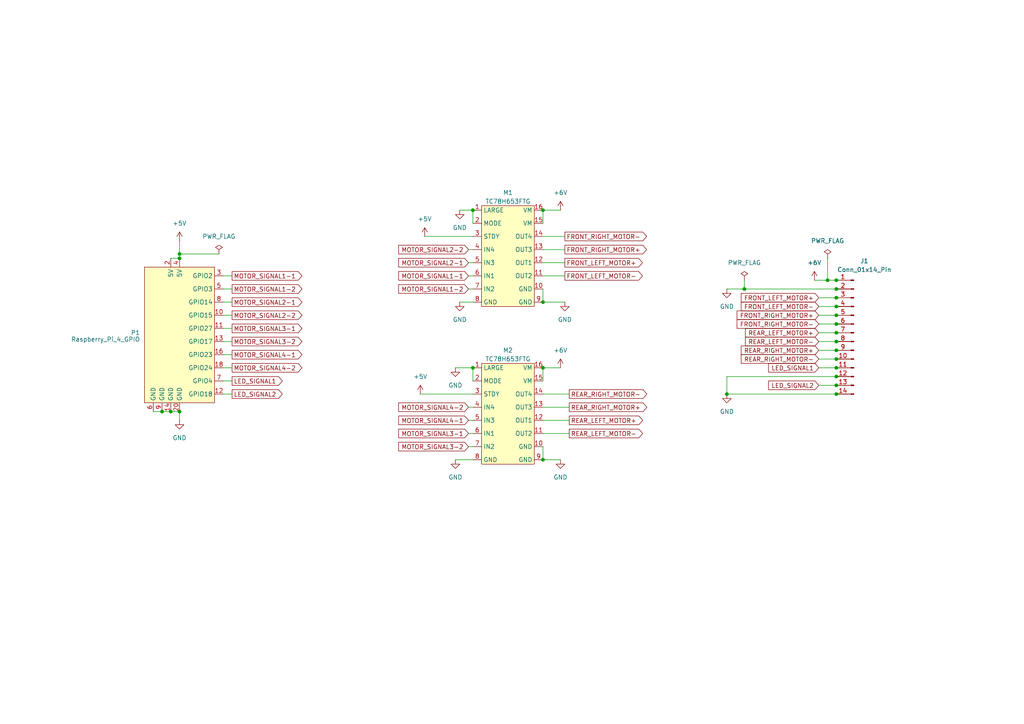
<source format=kicad_sch>
(kicad_sch (version 20231120) (generator "eeschema") (generator_version "8.0")
  (paper "A4")
  (lib_symbols
    (symbol "Connector:Conn_01x14_Pin" (pin_names (offset 1.016) hide)
      (property "Reference" "J" (at 0 17.78 0))
      (property "Value" "Conn_01x14_Pin" (at 0 -20.32 0))
      (symbol "Conn_01x14_Pin_1_1"
        (polyline (pts (xy 1.27 -17.78) (xy 0.8636 -17.78)) (stroke (width 0.1524)))
        (polyline (pts (xy 1.27 -15.24) (xy 0.8636 -15.24)) (stroke (width 0.1524)))
        (polyline (pts (xy 1.27 -12.7) (xy 0.8636 -12.7)) (stroke (width 0.1524)))
        (polyline (pts (xy 1.27 -10.16) (xy 0.8636 -10.16)) (stroke (width 0.1524)))
        (polyline (pts (xy 1.27 -7.62) (xy 0.8636 -7.62)) (stroke (width 0.1524)))
        (polyline (pts (xy 1.27 -5.08) (xy 0.8636 -5.08)) (stroke (width 0.1524)))
        (polyline (pts (xy 1.27 -2.54) (xy 0.8636 -2.54)) (stroke (width 0.1524)))
        (polyline (pts (xy 1.27 0) (xy 0.8636 0)) (stroke (width 0.1524)))
        (polyline (pts (xy 1.27 2.54) (xy 0.8636 2.54)) (stroke (width 0.1524)))
        (polyline (pts (xy 1.27 5.08) (xy 0.8636 5.08)) (stroke (width 0.1524)))
        (polyline (pts (xy 1.27 7.62) (xy 0.8636 7.62)) (stroke (width 0.1524)))
        (polyline (pts (xy 1.27 10.16) (xy 0.8636 10.16)) (stroke (width 0.1524)))
        (polyline (pts (xy 1.27 12.7) (xy 0.8636 12.7)) (stroke (width 0.1524)))
        (polyline (pts (xy 1.27 15.24) (xy 0.8636 15.24)) (stroke (width 0.1524)))
        (rectangle (start 0.8636 -17.653) (end 0 -17.907) (stroke (width 0.1524)) (fill (type outline)))
        (rectangle (start 0.8636 -15.113) (end 0 -15.367) (stroke (width 0.1524)) (fill (type outline)))
        (rectangle (start 0.8636 -12.573) (end 0 -12.827) (stroke (width 0.1524)) (fill (type outline)))
        (rectangle (start 0.8636 -10.033) (end 0 -10.287) (stroke (width 0.1524)) (fill (type outline)))
        (rectangle (start 0.8636 -7.493) (end 0 -7.747) (stroke (width 0.1524)) (fill (type outline)))
        (rectangle (start 0.8636 -4.953) (end 0 -5.207) (stroke (width 0.1524)) (fill (type outline)))
        (rectangle (start 0.8636 -2.413) (end 0 -2.667) (stroke (width 0.1524)) (fill (type outline)))
        (rectangle (start 0.8636 0.127) (end 0 -0.127) (stroke (width 0.1524)) (fill (type outline)))
        (rectangle (start 0.8636 2.667) (end 0 2.413) (stroke (width 0.1524)) (fill (type outline)))
        (rectangle (start 0.8636 5.207) (end 0 4.953) (stroke (width 0.1524)) (fill (type outline)))
        (rectangle (start 0.8636 7.747) (end 0 7.493) (stroke (width 0.1524)) (fill (type outline)))
        (rectangle (start 0.8636 10.287) (end 0 10.033) (stroke (width 0.1524)) (fill (type outline)))
        (rectangle (start 0.8636 12.827) (end 0 12.573) (stroke (width 0.1524)) (fill (type outline)))
        (rectangle (start 0.8636 15.367) (end 0 15.113) (stroke (width 0.1524)) (fill (type outline)))
        (pin passive line (at 5.08 15.24 180) (length 3.81) (name "Pin_1") (number "1"))
        (pin passive line (at 5.08 -7.62 180) (length 3.81) (name "Pin_10") (number "10"))
        (pin passive line (at 5.08 -10.16 180) (length 3.81) (name "Pin_11") (number "11"))
        (pin passive line (at 5.08 -12.7 180) (length 3.81) (name "Pin_12") (number "12"))
        (pin passive line (at 5.08 -15.24 180) (length 3.81) (name "Pin_13") (number "13"))
        (pin passive line (at 5.08 -17.78 180) (length 3.81) (name "Pin_14") (number "14"))
        (pin passive line (at 5.08 12.7 180) (length 3.81) (name "Pin_2") (number "2"))
        (pin passive line (at 5.08 10.16 180) (length 3.81) (name "Pin_3") (number "3"))
        (pin passive line (at 5.08 7.62 180) (length 3.81) (name "Pin_4") (number "4"))
        (pin passive line (at 5.08 5.08 180) (length 3.81) (name "Pin_5") (number "5"))
        (pin passive line (at 5.08 2.54 180) (length 3.81) (name "Pin_6") (number "6"))
        (pin passive line (at 5.08 0 180) (length 3.81) (name "Pin_7") (number "7"))
        (pin passive line (at 5.08 -2.54 180) (length 3.81) (name "Pin_8") (number "8"))
        (pin passive line (at 5.08 -5.08 180) (length 3.81) (name "Pin_9") (number "9"))
      )
    )
    (symbol "power:+5V" (power) (pin_numbers hide) (pin_names (offset 0) hide)
      (property "Value" "+5V" (at 0 3.556 0))
      (symbol "+5V_0_1"
        (polyline (pts (xy -0.762 1.27) (xy 0 2.54)))
        (polyline (pts (xy 0 0) (xy 0 2.54)))
        (polyline (pts (xy 0 2.54) (xy 0.762 1.27)))
      )
      (symbol "+5V_1_1"
        (pin power_in line (at 0 0 90) (length 0) (name "~") (number "1"))
      )
    )
    (symbol "power:+6V" (power) (pin_numbers hide) (pin_names (offset 0) hide)
      (property "Value" "+6V" (at 0 3.556 0))
      (symbol "+6V_0_1"
        (polyline (pts (xy -0.762 1.27) (xy 0 2.54)))
        (polyline (pts (xy 0 0) (xy 0 2.54)))
        (polyline (pts (xy 0 2.54) (xy 0.762 1.27)))
      )
      (symbol "+6V_1_1"
        (pin power_in line (at 0 0 90) (length 0) (name "~") (number "1"))
      )
    )
    (symbol "power:GND1" (power) (pin_numbers hide) (pin_names (offset 0) hide)
      (property "Value" "GND1" (at 0 -3.81 0))
      (symbol "GND1_0_1"
        (polyline (pts (xy 0 0) (xy 0 -1.27) (xy 1.27 -1.27) (xy 0 -2.54) (xy -1.27 -1.27) (xy 0 -1.27)))
      )
      (symbol "GND1_1_1"
        (pin power_in line (at 0 0 270) (length 0) (name "~") (number "1"))
      )
    )
    (symbol "power:GND2" (power) (pin_numbers hide) (pin_names (offset 0) hide)
      (property "Value" "GND2" (at 0 -3.81 0))
      (symbol "GND2_0_1"
        (polyline (pts (xy 0 0) (xy 0 -1.27) (xy 1.27 -1.27) (xy 0 -2.54) (xy -1.27 -1.27) (xy 0 -1.27)))
      )
      (symbol "GND2_1_1"
        (pin power_in line (at 0 0 270) (length 0) (name "~") (number "1"))
      )
    )
    (symbol "power:PWR_FLAG" (power) (pin_numbers hide) (pin_names (offset 0) hide)
      (property "Value" "PWR_FLAG" (at 0 3.81 0))
      (symbol "PWR_FLAG_0_0"
        (pin power_out line (at 0 0 90) (length 0) (name "~") (number "1"))
      )
      (symbol "PWR_FLAG_0_1"
        (polyline (pts (xy 0 0) (xy 0 1.27) (xy -1.016 1.905) (xy 0 2.54) (xy 1.016 1.905) (xy 0 1.27)))
      )
    )
    (symbol "test_lib:TC78H653FTG"
      (property "Reference" "M" (at 0 0 0))
      (symbol "TC78H653FTG_0_1"
        (rectangle (start -7.62 -1.27) (end 7.62 -30.48) (fill (type background)))
      )
      (symbol "TC78H653FTG_1_1"
        (pin passive line (at 10.16 -25.4 180) (length 2.54) (name "GND") (number "10"))
        (pin passive line (at 10.16 -21.59 180) (length 2.54) (name "OUT2") (number "11"))
        (pin passive line (at 10.16 -17.78 180) (length 2.54) (name "OUT1") (number "12"))
        (pin passive line (at 10.16 -13.97 180) (length 2.54) (name "OUT3") (number "13"))
        (pin passive line (at 10.16 -10.16 180) (length 2.54) (name "OUT4") (number "14"))
        (pin passive line (at 10.16 -6.35 180) (length 2.54) (name "VM") (number "15"))
        (pin passive line (at 10.16 -2.54 180) (length 2.54) (name "VM") (number "16"))
        (pin passive line (at -10.16 -6.35 0) (length 2.54) (name "MODE") (number "2"))
        (pin passive line (at -10.16 -10.16 0) (length 2.54) (name "STDY") (number "3"))
        (pin passive line (at -10.16 -13.97 0) (length 2.54) (name "IN4") (number "4"))
        (pin passive line (at -10.16 -17.78 0) (length 2.54) (name "IN3") (number "5"))
        (pin passive line (at -10.16 -21.59 0) (length 2.54) (name "IN1") (number "6"))
        (pin passive line (at -10.16 -25.4 0) (length 2.54) (name "IN2") (number "7"))
        (pin passive line (at -10.16 -29.21 0) (length 2.54) (name "GND") (number "8"))
        (pin passive line (at 10.16 -29.21 180) (length 2.54) (name "GND") (number "9"))
        (pin passive line (at -10.16 -2.54 0) (length 2.54) (name "LARGE") (number "１"))
      )
    )
    (symbol "test_lib:raspberry_pi_4"
      (property "Reference" "J" (at -8.89 0.254 0))
      (symbol "raspberry_pi_4_0_1"
        (rectangle (start -10.16 -1.27) (end 10.16 -40.64) (fill (type background)))
      )
      (symbol "raspberry_pi_4_1_1"
        (pin passive line (at 12.7 -15.24 180) (length 2.54) (name "GPIO15") (number "10"))
        (pin passive line (at 12.7 -19.05 180) (length 2.54) (name "GPIO27") (number "11"))
        (pin passive line (at 12.7 -38.1 180) (length 2.54) (name "GPIO18") (number "12"))
        (pin passive line (at 12.7 -22.86 180) (length 2.54) (name "GPIO17") (number "13"))
        (pin passive line (at -2.54 -43.18 90) (length 2.54) (name "GND") (number "14"))
        (pin passive line (at 12.7 -26.67 180) (length 2.54) (name "GPIO23") (number "16"))
        (pin passive line (at 12.7 -30.48 180) (length 2.54) (name "GPIO24") (number "18"))
        (pin passive line (at -2.54 1.27 270) (length 2.54) (name "5V") (number "2"))
        (pin passive line (at 0 -43.18 90) (length 2.54) (name "GND") (number "20"))
        (pin passive line (at 12.7 -3.81 180) (length 2.54) (name "GPIO2") (number "3"))
        (pin passive line (at 0 1.27 270) (length 2.54) (name "5V") (number "4"))
        (pin passive line (at 12.7 -7.62 180) (length 2.54) (name "GPIO3") (number "5"))
        (pin passive line (at -7.62 -43.18 90) (length 2.54) (name "GND") (number "6"))
        (pin passive line (at 12.7 -34.29 180) (length 2.54) (name "GPIO4") (number "7"))
        (pin passive line (at 12.7 -11.43 180) (length 2.54) (name "GPIO14") (number "8"))
        (pin passive line (at -5.08 -43.18 90) (length 2.54) (name "GND") (number "9"))
      )
    )
  )
  (junction (at 157.48 60.96))
  (junction (at 242.57 81.28))
  (junction (at 242.57 109.22))
  (junction (at 46.99 119.38))
  (junction (at 52.07 119.38))
  (junction (at 242.57 86.36))
  (junction (at 52.07 74.93))
  (junction (at 242.57 111.76))
  (junction (at 242.57 91.44))
  (junction (at 210.82 114.3))
  (junction (at 240.03 81.28))
  (junction (at 242.57 88.9))
  (junction (at 242.57 83.82))
  (junction (at 157.48 133.35))
  (junction (at 157.48 106.68))
  (junction (at 137.16 60.96))
  (junction (at 242.57 104.14))
  (junction (at 242.57 99.06))
  (junction (at 49.53 119.38))
  (junction (at 242.57 101.6))
  (junction (at 242.57 114.3))
  (junction (at 157.48 87.63))
  (junction (at 52.07 73.66))
  (junction (at 137.16 106.68))
  (junction (at 242.57 93.98))
  (junction (at 242.57 106.68))
  (junction (at 215.9 83.82))
  (junction (at 242.57 96.52))
  (wire (pts (xy 210.82 114.3) (xy 210.82 109.22)))
  (wire (pts (xy 64.77 99.06) (xy 67.31 99.06)))
  (wire (pts (xy 52.07 119.38) (xy 52.07 121.92)))
  (wire (pts (xy 242.57 111.76) (xy 243.84 111.76)))
  (wire (pts (xy 237.49 101.6) (xy 242.57 101.6)))
  (wire (pts (xy 52.07 74.93) (xy 52.07 73.66)))
  (wire (pts (xy 52.07 73.66) (xy 52.07 69.85)))
  (wire (pts (xy 242.57 106.68) (xy 243.84 106.68)))
  (wire (pts (xy 157.48 72.39) (xy 163.83 72.39)))
  (wire (pts (xy 210.82 83.82) (xy 215.9 83.82)))
  (wire (pts (xy 157.48 129.54) (xy 157.48 133.35)))
  (wire (pts (xy 135.89 129.54) (xy 137.16 129.54)))
  (wire (pts (xy 157.48 125.73) (xy 165.1 125.73)))
  (wire (pts (xy 210.82 109.22) (xy 242.57 109.22)))
  (wire (pts (xy 157.48 76.2) (xy 163.83 76.2)))
  (wire (pts (xy 64.77 91.44) (xy 67.31 91.44)))
  (wire (pts (xy 157.48 60.96) (xy 162.56 60.96)))
  (wire (pts (xy 242.57 83.82) (xy 243.84 83.82)))
  (wire (pts (xy 64.77 87.63) (xy 67.31 87.63)))
  (wire (pts (xy 135.89 121.92) (xy 137.16 121.92)))
  (wire (pts (xy 64.77 80.01) (xy 67.31 80.01)))
  (wire (pts (xy 157.48 87.63) (xy 163.83 87.63)))
  (wire (pts (xy 157.48 106.68) (xy 157.48 110.49)))
  (wire (pts (xy 137.16 60.96) (xy 137.16 64.77)))
  (wire (pts (xy 242.57 88.9) (xy 243.84 88.9)))
  (wire (pts (xy 242.57 114.3) (xy 243.84 114.3)))
  (wire (pts (xy 242.57 104.14) (xy 243.84 104.14)))
  (wire (pts (xy 157.48 68.58) (xy 163.83 68.58)))
  (wire (pts (xy 237.49 91.44) (xy 242.57 91.44)))
  (wire (pts (xy 64.77 110.49) (xy 67.31 110.49)))
  (wire (pts (xy 240.03 81.28) (xy 242.57 81.28)))
  (wire (pts (xy 157.48 121.92) (xy 165.1 121.92)))
  (wire (pts (xy 215.9 83.82) (xy 242.57 83.82)))
  (wire (pts (xy 49.53 74.93) (xy 52.07 74.93)))
  (wire (pts (xy 215.9 81.28) (xy 215.9 83.82)))
  (wire (pts (xy 237.49 111.76) (xy 242.57 111.76)))
  (wire (pts (xy 121.92 114.3) (xy 137.16 114.3)))
  (wire (pts (xy 157.48 80.01) (xy 163.83 80.01)))
  (wire (pts (xy 132.08 106.68) (xy 137.16 106.68)))
  (wire (pts (xy 157.48 133.35) (xy 162.56 133.35)))
  (wire (pts (xy 242.57 99.06) (xy 243.84 99.06)))
  (wire (pts (xy 64.77 83.82) (xy 67.31 83.82)))
  (wire (pts (xy 157.48 114.3) (xy 165.1 114.3)))
  (wire (pts (xy 210.82 114.3) (xy 242.57 114.3)))
  (wire (pts (xy 64.77 114.3) (xy 67.31 114.3)))
  (wire (pts (xy 135.89 83.82) (xy 137.16 83.82)))
  (wire (pts (xy 64.77 95.25) (xy 67.31 95.25)))
  (wire (pts (xy 237.49 93.98) (xy 242.57 93.98)))
  (wire (pts (xy 242.57 109.22) (xy 243.84 109.22)))
  (wire (pts (xy 137.16 106.68) (xy 137.16 110.49)))
  (wire (pts (xy 52.07 73.66) (xy 63.5 73.66)))
  (wire (pts (xy 132.08 133.35) (xy 137.16 133.35)))
  (wire (pts (xy 157.48 83.82) (xy 157.48 87.63)))
  (wire (pts (xy 64.77 106.68) (xy 67.31 106.68)))
  (wire (pts (xy 242.57 93.98) (xy 243.84 93.98)))
  (wire (pts (xy 44.45 119.38) (xy 46.99 119.38)))
  (wire (pts (xy 242.57 86.36) (xy 243.84 86.36)))
  (wire (pts (xy 46.99 119.38) (xy 49.53 119.38)))
  (wire (pts (xy 64.77 102.87) (xy 67.31 102.87)))
  (wire (pts (xy 135.89 125.73) (xy 137.16 125.73)))
  (wire (pts (xy 237.49 106.68) (xy 242.57 106.68)))
  (wire (pts (xy 123.19 68.58) (xy 137.16 68.58)))
  (wire (pts (xy 242.57 96.52) (xy 243.84 96.52)))
  (wire (pts (xy 135.89 76.2) (xy 137.16 76.2)))
  (wire (pts (xy 237.49 96.52) (xy 242.57 96.52)))
  (wire (pts (xy 242.57 101.6) (xy 243.84 101.6)))
  (wire (pts (xy 237.49 99.06) (xy 242.57 99.06)))
  (wire (pts (xy 237.49 86.36) (xy 242.57 86.36)))
  (wire (pts (xy 240.03 74.93) (xy 240.03 81.28)))
  (wire (pts (xy 49.53 119.38) (xy 52.07 119.38)))
  (wire (pts (xy 157.48 106.68) (xy 162.56 106.68)))
  (wire (pts (xy 242.57 91.44) (xy 243.84 91.44)))
  (wire (pts (xy 237.49 88.9) (xy 242.57 88.9)))
  (wire (pts (xy 133.35 87.63) (xy 137.16 87.63)))
  (wire (pts (xy 157.48 118.11) (xy 165.1 118.11)))
  (wire (pts (xy 236.22 81.28) (xy 240.03 81.28)))
  (wire (pts (xy 157.48 60.96) (xy 157.48 64.77)))
  (wire (pts (xy 135.89 72.39) (xy 137.16 72.39)))
  (wire (pts (xy 133.35 60.96) (xy 137.16 60.96)))
  (wire (pts (xy 135.89 118.11) (xy 137.16 118.11)))
  (wire (pts (xy 237.49 104.14) (xy 242.57 104.14)))
  (wire (pts (xy 135.89 80.01) (xy 137.16 80.01)))
  (wire (pts (xy 242.57 81.28) (xy 243.84 81.28)))
  (global_label "LED_SIGNAL1" (shape output) (at 67.31 110.49 0) (property "Intersheetrefs" "${INTERSHEET_REFS}" (effects (hide yes))))
  (global_label "REAR_RIGHT_MOTOR-" (shape output) (at 165.1 114.3 0) (property "Intersheetrefs" "${INTERSHEET_REFS}" (effects (hide yes))))
  (global_label "LED_SIGNAL2" (shape output) (at 67.31 114.3 0) (property "Intersheetrefs" "${INTERSHEET_REFS}" (effects (hide yes))))
  (global_label "MOTOR_SIGNAL4-2" (shape output) (at 67.31 106.68 0) (property "Intersheetrefs" "${INTERSHEET_REFS}" (effects (hide yes))))
  (global_label "MOTOR_SIGNAL2-1" (shape output) (at 67.31 87.63 0) (property "Intersheetrefs" "${INTERSHEET_REFS}" (effects (hide yes))))
  (global_label "MOTOR_SIGNAL2-2" (shape input) (at 135.89 72.39 180) (property "Intersheetrefs" "${INTERSHEET_REFS}" (effects (hide yes))))
  (global_label "FRONT_RIGHT_MOTOR-" (shape input) (at 237.49 93.98 180) (property "Intersheetrefs" "${INTERSHEET_REFS}" (effects (hide yes))))
  (global_label "REAR_RIGHT_MOTOR+" (shape output) (at 165.1 118.11 0) (property "Intersheetrefs" "${INTERSHEET_REFS}" (effects (hide yes))))
  (global_label "REAR_LEFT_MOTOR+" (shape output) (at 165.1 121.92 0) (property "Intersheetrefs" "${INTERSHEET_REFS}" (effects (hide yes))))
  (global_label "MOTOR_SIGNAL4-1" (shape output) (at 67.31 102.87 0) (property "Intersheetrefs" "${INTERSHEET_REFS}" (effects (hide yes))))
  (global_label "MOTOR_SIGNAL3-1" (shape input) (at 135.89 125.73 180) (property "Intersheetrefs" "${INTERSHEET_REFS}" (effects (hide yes))))
  (global_label "FRONT_RIGHT_MOTOR+" (shape input) (at 237.49 91.44 180) (property "Intersheetrefs" "${INTERSHEET_REFS}" (effects (hide yes))))
  (global_label "MOTOR_SIGNAL3-2" (shape output) (at 67.31 99.06 0) (property "Intersheetrefs" "${INTERSHEET_REFS}" (effects (hide yes))))
  (global_label "REAR_LEFT_MOTOR-" (shape output) (at 165.1 125.73 0) (property "Intersheetrefs" "${INTERSHEET_REFS}" (effects (hide yes))))
  (global_label "LED_SIGNAL2" (shape input) (at 237.49 111.76 180) (property "Intersheetrefs" "${INTERSHEET_REFS}" (effects (hide yes))))
  (global_label "FRONT_LEFT_MOTOR+" (shape input) (at 237.49 86.36 180) (property "Intersheetrefs" "${INTERSHEET_REFS}" (effects (hide yes))))
  (global_label "MOTOR_SIGNAL1-2" (shape output) (at 67.31 83.82 0) (property "Intersheetrefs" "${INTERSHEET_REFS}" (effects (hide yes))))
  (global_label "FRONT_RIGHT_MOTOR-" (shape output) (at 163.83 68.58 0) (property "Intersheetrefs" "${INTERSHEET_REFS}" (effects (hide yes))))
  (global_label "MOTOR_SIGNAL2-2" (shape output) (at 67.31 91.44 0) (property "Intersheetrefs" "${INTERSHEET_REFS}" (effects (hide yes))))
  (global_label "LED_SIGNAL1" (shape input) (at 237.49 106.68 180) (property "Intersheetrefs" "${INTERSHEET_REFS}" (effects (hide yes))))
  (global_label "FRONT_LEFT_MOTOR-" (shape input) (at 237.49 88.9 180) (property "Intersheetrefs" "${INTERSHEET_REFS}" (effects (hide yes))))
  (global_label "FRONT_RIGHT_MOTOR+" (shape output) (at 163.83 72.39 0) (property "Intersheetrefs" "${INTERSHEET_REFS}" (effects (hide yes))))
  (global_label "MOTOR_SIGNAL3-1" (shape output) (at 67.31 95.25 0) (property "Intersheetrefs" "${INTERSHEET_REFS}" (effects (hide yes))))
  (global_label "REAR_RIGHT_MOTOR+" (shape input) (at 237.49 101.6 180) (property "Intersheetrefs" "${INTERSHEET_REFS}" (effects (hide yes))))
  (global_label "REAR_LEFT_MOTOR-" (shape input) (at 237.49 99.06 180) (property "Intersheetrefs" "${INTERSHEET_REFS}" (effects (hide yes))))
  (global_label "REAR_LEFT_MOTOR+" (shape input) (at 237.49 96.52 180) (property "Intersheetrefs" "${INTERSHEET_REFS}" (effects (hide yes))))
  (global_label "FRONT_LEFT_MOTOR-" (shape output) (at 163.83 80.01 0) (property "Intersheetrefs" "${INTERSHEET_REFS}" (effects (hide yes))))
  (global_label "REAR_RIGHT_MOTOR-" (shape input) (at 237.49 104.14 180) (property "Intersheetrefs" "${INTERSHEET_REFS}" (effects (hide yes))))
  (global_label "MOTOR_SIGNAL2-1" (shape input) (at 135.89 76.2 180) (property "Intersheetrefs" "${INTERSHEET_REFS}" (effects (hide yes))))
  (global_label "MOTOR_SIGNAL4-2" (shape input) (at 135.89 118.11 180) (property "Intersheetrefs" "${INTERSHEET_REFS}" (effects (hide yes))))
  (global_label "FRONT_LEFT_MOTOR+" (shape output) (at 163.83 76.2 0) (property "Intersheetrefs" "${INTERSHEET_REFS}" (effects (hide yes))))
  (global_label "MOTOR_SIGNAL1-2" (shape input) (at 135.89 83.82 180) (property "Intersheetrefs" "${INTERSHEET_REFS}" (effects (hide yes))))
  (global_label "MOTOR_SIGNAL1-1" (shape input) (at 135.89 80.01 180) (property "Intersheetrefs" "${INTERSHEET_REFS}" (effects (hide yes))))
  (global_label "MOTOR_SIGNAL3-2" (shape input) (at 135.89 129.54 180) (property "Intersheetrefs" "${INTERSHEET_REFS}" (effects (hide yes))))
  (global_label "MOTOR_SIGNAL1-1" (shape output) (at 67.31 80.01 0) (property "Intersheetrefs" "${INTERSHEET_REFS}" (effects (hide yes))))
  (global_label "MOTOR_SIGNAL4-1" (shape input) (at 135.89 121.92 180) (property "Intersheetrefs" "${INTERSHEET_REFS}" (effects (hide yes))))
  (symbol (lib_id "test_lib:TC78H653FTG") (at 147.32 58.42 0) (unit 1)
    (property "Reference" "M1" (at 147.32 55.88 0))
    (property "Value" "TC78H653FTG" (at 147.32 58.42 0))
    (property "Footprint" "test_footprint:TC78H653FTG" (effects (hide yes)))
  )
  (symbol (lib_id "power:+5V") (at 123.19 68.58 0) (unit 1)
    (property "Reference" "#PWR011" (effects (hide yes)))
    (property "Value" "+5V" (at 123.19 63.5 0))
    (property "Description" "Power symbol creates a global label with name \"+5V\"" (effects (hide yes)))
  )
  (symbol (lib_id "power:+5V") (at 52.07 69.85 0) (unit 1)
    (property "Reference" "#PWR010" (effects (hide yes)))
    (property "Value" "+5V" (at 52.07 64.77 0))
    (property "Description" "Power symbol creates a global label with name \"+5V\"" (effects (hide yes)))
  )
  (symbol (lib_id "power:GND2") (at 162.56 133.35 0) (unit 1)
    (property "Reference" "#PWR06" (effects (hide yes)))
    (property "Value" "GND" (at 162.56 138.43 0))
    (property "Description" "Power symbol creates a global label with name \"GND2\" , ground" (effects (hide yes)))
  )
  (symbol (lib_id "power:GND1") (at 133.35 87.63 0) (unit 1)
    (property "Reference" "#PWR04" (effects (hide yes)))
    (property "Value" "GND" (at 133.35 92.71 0))
    (property "Description" "Power symbol creates a global label with name \"GND1\" , ground" (effects (hide yes)))
  )
  (symbol (lib_id "power:GND2") (at 210.82 83.82 0) (unit 1)
    (property "Reference" "#PWR08" (effects (hide yes)))
    (property "Value" "GND" (at 210.82 88.9 0))
    (property "Description" "Power symbol creates a global label with name \"GND2\" , ground" (effects (hide yes)))
  )
  (symbol (lib_id "test_lib:TC78H653FTG") (at 147.32 104.14 0) (unit 1)
    (property "Reference" "M2" (at 147.32 101.6 0))
    (property "Value" "TC78H653FTG" (at 147.32 104.14 0))
    (property "Footprint" "test_footprint:TC78H653FTG" (effects (hide yes)))
  )
  (symbol (lib_id "power:+6V") (at 162.56 106.68 0) (unit 1)
    (property "Reference" "#PWR015" (effects (hide yes)))
    (property "Value" "+6V" (at 162.56 101.6 0))
    (property "Description" "Power symbol creates a global label with name \"+6V\"" (effects (hide yes)))
  )
  (symbol (lib_id "power:PWR_FLAG") (at 240.03 74.93 0) (unit 1)
    (property "Reference" "#FLG03" (effects (hide yes)))
    (property "Value" "PWR_FLAG" (at 240.03 69.85 0))
    (property "Description" "Special symbol for telling ERC where power comes from" (effects (hide yes)))
  )
  (symbol (lib_id "power:GND1") (at 210.82 114.3 0) (unit 1)
    (property "Reference" "#PWR09" (effects (hide yes)))
    (property "Value" "GND" (at 210.82 119.38 0))
    (property "Description" "Power symbol creates a global label with name \"GND1\" , ground" (effects (hide yes)))
  )
  (symbol (lib_id "power:PWR_FLAG") (at 215.9 81.28 0) (unit 1)
    (property "Reference" "#FLG04" (effects (hide yes)))
    (property "Value" "PWR_FLAG" (at 215.9 76.2 0))
    (property "Description" "Special symbol for telling ERC where power comes from" (effects (hide yes)))
  )
  (symbol (lib_id "power:+5V") (at 121.92 114.3 0) (unit 1)
    (property "Reference" "#PWR012" (effects (hide yes)))
    (property "Value" "+5V" (at 121.92 109.22 0))
    (property "Description" "Power symbol creates a global label with name \"+5V\"" (effects (hide yes)))
  )
  (symbol (lib_id "power:GND1") (at 133.35 60.96 0) (unit 1)
    (property "Reference" "#PWR02" (effects (hide yes)))
    (property "Value" "GND" (at 133.35 66.04 0))
    (property "Description" "Power symbol creates a global label with name \"GND1\" , ground" (effects (hide yes)))
  )
  (symbol (lib_id "power:+6V") (at 236.22 81.28 0) (unit 1)
    (property "Reference" "#PWR013" (effects (hide yes)))
    (property "Value" "+6V" (at 236.22 76.2 0))
    (property "Description" "Power symbol creates a global label with name \"+6V\"" (effects (hide yes)))
  )
  (symbol (lib_id "test_lib:raspberry_pi_4") (at 52.07 76.2 0) (unit 1)
    (property "Reference" "P1" (at 40.64 96.5199 0) (effects (justify right)))
    (property "Value" "Raspberry_Pi_4_GPIO" (at 40.64 98.425 0) (effects (justify right)))
    (property "Footprint" "test_footprint:Raspberry_Pi_4" (effects (hide yes)))
  )
  (symbol (lib_id "power:GND1") (at 132.08 133.35 0) (unit 1)
    (property "Reference" "#PWR05" (effects (hide yes)))
    (property "Value" "GND" (at 132.08 138.43 0))
    (property "Description" "Power symbol creates a global label with name \"GND1\" , ground" (effects (hide yes)))
  )
  (symbol (lib_id "power:GND2") (at 163.83 87.63 0) (unit 1)
    (property "Reference" "#PWR07" (effects (hide yes)))
    (property "Value" "GND" (at 163.83 92.71 0))
    (property "Description" "Power symbol creates a global label with name \"GND2\" , ground" (effects (hide yes)))
  )
  (symbol (lib_id "power:GND1") (at 132.08 106.68 0) (unit 1)
    (property "Reference" "#PWR03" (effects (hide yes)))
    (property "Value" "GND" (at 132.08 111.76 0))
    (property "Description" "Power symbol creates a global label with name \"GND1\" , ground" (effects (hide yes)))
  )
  (symbol (lib_id "Connector:Conn_01x14_Pin") (at 247.65 96.52 0) (mirror y) (unit 1)
    (property "Reference" "J1" (at 250.698 75.692 0))
    (property "Value" "Conn_01x14_Pin" (at 250.698 78.232 0))
    (property "Footprint" "Connector_PinHeader_2.54mm:PinHeader_1x14_P2.54mm_Vertical" (effects (hide yes)))
    (property "Description" "Generic connector, single row, 01x14, script generated" (effects (hide yes)))
  )
  (symbol (lib_id "power:+6V") (at 162.56 60.96 0) (unit 1)
    (property "Reference" "#PWR014" (effects (hide yes)))
    (property "Value" "+6V" (at 162.56 55.88 0))
    (property "Description" "Power symbol creates a global label with name \"+6V\"" (effects (hide yes)))
  )
  (symbol (lib_id "power:PWR_FLAG") (at 63.5 73.66 0) (unit 1)
    (property "Reference" "#FLG01" (effects (hide yes)))
    (property "Value" "PWR_FLAG" (at 63.5 68.58 0))
    (property "Description" "Special symbol for telling ERC where power comes from" (effects (hide yes)))
  )
  (symbol (lib_id "power:GND1") (at 52.07 121.92 0) (unit 1)
    (property "Reference" "#PWR01" (effects (hide yes)))
    (property "Value" "GND" (at 52.07 127 0))
    (property "Description" "Power symbol creates a global label with name \"GND1\" , ground" (effects (hide yes)))
  )
)
</source>
